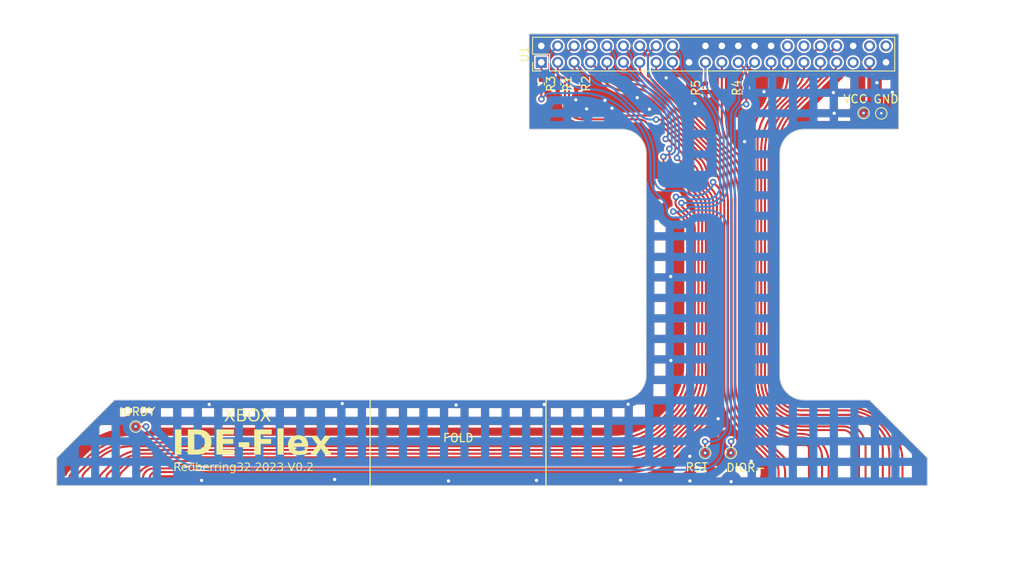
<source format=kicad_pcb>
(kicad_pcb (version 20240108) (generator "pcbnew") (generator_version "8.0")
  (layers (0 "F.Cu" signal) (31 "B.Cu" signal) (34 "B.Paste" user) (35 "F.Paste" user) (36 "B.SilkS" user "B.Silkscreen") (37 "F.SilkS" user "F.Silkscreen") (38 "B.Mask" user) (39 "F.Mask" user) (44 "Edge.Cuts" user))
  (net 0 "")
  (net 1 "/D7")
  (net 2 "/D6")
  (net 3 "/D8")
  (net 5 "/D12")
  (net 6 "/D3")
  (net 7 "/D13")
  (net 8 "/D11")
  (net 10 "/DMARQ")
  (net 11 "/D0")
  (net 12 "/D15")
  (net 13 "/DA2")
  (net 14 "/DA0")
  (net 15 "/CS1-")
  (net 16 "/CS0-")
  (net 18 "/DMACK-")
  (net 19 "/INTRQ")
  (net 20 "/DA1")
  (net 21 "/D2")
  (net 22 "/D14")
  (net 23 "/D1")
  (net 24 "/DIOW-")
  (net 25 "/D9")
  (net 26 "/D10")
  (net 27 "/D5")
  (net 28 "/D4")
  (net 29 "/GND")
  (net 30 "Net-(U1-RESET)")
  (net 31 "/RESET")
  (net 32 "Net-(U1-DIOR-)")
  (net 33 "/IORDY")
  (net 34 "/VCC")
  (net 35 "/DIOR-")
  (net 36 "/IOCS16-")
  (net 37 "/PDIAG-")
  (net 38 "/DASP-")
  (footprint "IDEFlex:EdgePad" (layer "F.Cu") (at 111.58 280.31 90)
    (property "Reference" "J2" (hide yes))
    (property "Value" "Conn_01x04_Pin" (hide yes))
  )
  (footprint "IDEFlex:EdgePad" (layer "F.Cu") (at 207.01 280.31 90)
    (property "Reference" "J4" (hide yes))
    (property "Value" "Conn_01x04_Pin" (hide yes))
  )
  (footprint "IDEFlex:EdgePad" (layer "F.Cu") (at 198.01 280.31 90)
    (property "Reference" "J6" (hide yes))
    (property "Value" "Conn_01x04_Pin" (hide yes))
  )
  (footprint "Resistor_SMD:R_0402_1005Metric" (layer "F.Cu") (at 168.48 232.66 -90)
    (property "Reference" "R2")
    (property "Value" "10K")
  )
  (footprint "Resistor_SMD:R_0402_1005Metric" (layer "F.Cu") (at 184.21 233.16 90)
    (property "Reference" "R5")
    (property "Value" "5.6K")
  )
  (footprint "Resistor_SMD:R_0402_1005Metric" (layer "F.Cu") (at 189.18 233.16 90)
    (property "Reference" "R4")
    (property "Value" "1K")
  )
  (footprint "IDEFlex:EdgePad" (layer "F.Cu") (at 107.08 280.31 90)
    (property "Reference" "J3" (hide yes))
    (property "Value" "Conn_01x04_Pin" (hide yes))
  )
  (footprint "IDEFlex:EdgePad" (layer "F.Cu") (at 116.08 280.31 90)
    (property "Reference" "J1" (hide yes))
    (property "Value" "Conn_01x04_Pin" (hide yes))
  )
  (footprint "IDEFlex:EdgePad" (layer "F.Cu") (at 202.51 280.31 90)
    (property "Reference" "J5" (hide yes))
    (property "Value" "Conn_01x04_Pin" (hide yes))
  )
  (footprint "TestPoint:TestPoint_Pad_D1.0mm" (layer "F.Cu") (at 114.78 274.47)
    (property "Reference" "TP2")
    (property "Value" "TestPoint")
  )
  (footprint "TestPoint:TestPoint_Pad_D1.0mm" (layer "F.Cu") (at 187.29 277.68)
    (property "Reference" "TP5")
    (property "Value" "TestPoint")
  )
  (footprint "TestPoint:TestPoint_Pad_D1.0mm" (layer "F.Cu") (at 205.62 236.28)
    (property "Reference" "TP4")
    (property "Value" "TestPoint")
  )
  (footprint "IDEFlex:EdgePad" (layer "F.Cu") (at 193.51 280.31 90)
    (property "Reference" "J7" (hide yes))
    (property "Value" "Conn_01x04_Pin" (hide yes))
  )
  (footprint "IDEFlex:IDE" (layer "F.Cu") (at 164.2 230.05 90)
    (property "Reference" "U1")
    (property "Value" "IDE25")
  )
  (footprint "Resistor_SMD:R_0402_1005Metric" (layer "F.Cu") (at 164.21 232.68 -90)
    (property "Reference" "R3")
    (property "Value" "330R")
  )
  (footprint "TestPoint:TestPoint_Pad_D1.0mm" (layer "F.Cu") (at 203.47 236.23)
    (property "Reference" "TP3")
    (property "Value" "TestPoint")
  )
  (footprint "TestPoint:TestPoint_Pad_D1.0mm" (layer "F.Cu") (at 184.16 277.69)
    (property "Reference" "TP1")
    (property "Value" "TestPoint")
  )
  (footprint "Resistor_SMD:R_0402_1005Metric" (layer "F.Cu") (at 166.2 232.68 -90)
    (property "Reference" "R1")
    (property "Value" "10K")
  )
  (gr_line (start 164.77 281.66) (end 164.77 271.24) (stroke (width 0.15)) (layer "F.SilkS"))
  (gr_line (start 143.34 271.22) (end 143.34 281.65) (stroke (width 0.15)) (layer "F.SilkS"))
  (gr_line (start 211.24 281.66) (end 105.15 281.66) (stroke (width 0.1)) (layer "Edge.Cuts"))
  (gr_line (start 204.18 271.22) (end 196.25132 271.22868) (stroke (width 0.1)) (layer "Edge.Cuts"))
  (gr_line (start 176.98868 268.20868) (end 177 241.21) (stroke (width 0.1)) (layer "Edge.Cuts"))
  (gr_arc (start 174 238.21) (mid 176.12132 239.08868) (end 177 241.21) (stroke (width 0.1)) (layer "Edge.Cuts"))
  (gr_line (start 193.25132 268.22868) (end 193.26 241.21) (stroke (width 0.1)) (layer "Edge.Cuts"))
  (gr_line (start 207.74 226.57) (end 207.74 238.21) (stroke (width 0.1)) (layer "Edge.Cuts"))
  (gr_line (start 105.15 278.28) (end 112.21 271.22) (stroke (width 0.1)) (layer "Edge.Cuts"))
  (gr_arc (start 196.25132 271.22868) (mid 194.13 270.35) (end 193.25132 268.22868) (stroke (width 0.1)) (layer "Edge.Cuts"))
  (gr_line (start 162.72 226.57) (end 207.74 226.57) (stroke (width 0.1)) (layer "Edge.Cuts"))
  (gr_arc (start 193.26 241.21) (mid 194.13868 239.08868) (end 196.26 238.21) (stroke (width 0.1)) (layer "Edge.Cuts"))
  (gr_line (start 162.72 238.21) (end 162.72 226.57) (stroke (width 0.1)) (layer "Edge.Cuts"))
  (gr_line (start 173.98868 271.20868) (end 112.21 271.22) (stroke (width 0.1)) (layer "Edge.Cuts"))
  (gr_line (start 211.24 278.28) (end 204.18 271.22) (stroke (width 0.1)) (layer "Edge.Cuts"))
  (gr_line (start 211.24 278.28) (end 211.24 281.66) (stroke (width 0.1)) (layer "Edge.Cuts"))
  (gr_arc (start 176.98868 268.20868) (mid 176.11 270.33) (end 173.98868 271.20868) (stroke (width 0.1)) (layer "Edge.Cuts"))
  (gr_line (start 174 238.21) (end 162.72 238.21) (stroke (width 0.1)) (layer "Edge.Cuts"))
  (gr_line (start 207.74 238.21) (end 196.26 238.21) (stroke (width 0.1)) (layer "Edge.Cuts"))
  (gr_line (start 105.15 278.28) (end 105.15 281.66) (stroke (width 0.1)) (layer "Edge.Cuts"))
  (gr_text "GND\n" (at 204.58 235.13 0) (layer "F.SilkS") (effects (font (size 1 1)) (justify left bottom)))
  (gr_text "FOLD\n" (at 152.13 276.44 0) (layer "F.SilkS") (effects (font (size 1 1)) (justify left bottom)))
  (gr_text "VCC" (at 200.92 235.11 0) (layer "F.SilkS") (effects (font (size 1 1)) (justify left bottom)))
  (gr_text "DIOR-" (at 186.66 280.07 0) (layer "F.SilkS") (effects (font (size 1 1)) (justify left bottom)))
  (gr_text "Redherring32 2023 V0.2" (at 119.37 280.05 0) (layer "F.SilkS") (effects (font (size 1 1)) (justify left bottom)))
  (gr_text "RST\n" (at 181.69 280.01 0) (layer "F.SilkS") (effects (font (size 1 1)) (justify left bottom)))
  (gr_text "IDE-Flex" (at 119.19 278.39 0) (layer "F.SilkS") (effects (font (size 3 3) (thickness 0.2) (bold yes) (italic yes)) (justify left bottom)))
  (gr_text "XBOX" (at 125.51 274.09 0) (layer "F.SilkS") (effects (font (size 1.5 1.5)) (justify left bottom)))
  (gr_text "IORDY\n" (at 112.68 273.25 0) (layer "F.SilkS") (effects (font (size 1 1)) (justify left bottom)))
  (segment (start 179.361629 238.24163) (end 183.11769 241.99769) (width 0.25) (layer "F.Cu") (net 1))
  (segment (start 115.524999 279.764999) (end 115.145165 280.144834) (width 0.25) (layer "F.Cu") (net 1))
  (segment (start 166.705931 231.855) (end 166.2 231.855) (width 0.25) (layer "F.Cu") (net 1))
  (segment (start 183.935 243.97085) (end 183.935 244.267566) (width 0.25) (layer "F.Cu") (net 1))
  (segment (start 169.206812 237) (end 176.001889 237) (width 0.25) (layer "F.Cu") (net 1))
  (segment (start 167.09 234.883187) (end 167.09 232.239099) (width 0.25) (layer "F.Cu") (net 1))
  (segment (start 180.147898 276.729309) (end 182.759309 274.117898) (width 0.25) (layer "F.Cu") (net 1))
  (segment (start 177.98 237.97) (end 178.705858 237.97) (width 0.25) (layer "F.Cu") (net 1))
  (segment (start 114.88 280.785) (end 114.88 281.16) (width 0.25) (layer "F.Cu") (net 1))
  (segment (start 177.04 237.43) (end 177.297157 237.687157) (width 0.25) (layer "F.Cu") (net 1))
  (segment (start 117.082167 279.12) (end 174.376261 279.12) (width 0.25) (layer "F.Cu") (net 1))
  (segment (start 185.15 247.200835) (end 185.15 268.34626) (width 0.25) (layer "F.Cu") (net 1))
  (segment (start 166.2 231.855) (end 166.2 230.05) (width 0.25) (layer "F.Cu") (net 1))
  (arc (start 176.001889 237) (mid 176.56371 237.111754) (end 177.04 237.43) (width 0.25) (layer "F.Cu") (net 1))
  (arc (start 117.082167 279.12) (mid 116.239434 279.287629) (end 115.524999 279.764999) (width 0.25) (layer "F.Cu") (net 1))
  (arc (start 167.09 234.883187) (mid 167.251132 235.693256) (end 167.71 236.38) (width 0.25) (layer "F.Cu") (net 1))
  (arc (start 166.9775 231.9675) (mid 166.852892 231.884232) (end 166.705931 231.855) (width 0.25) (layer "F.Cu") (net 1))
  (arc (start 185.15 268.34626) (mid 184.528679 271.469848) (end 182.759309 274.117898) (width 0.25) (layer "F.Cu") (net 1))
  (arc (start 180.147898 276.729309) (mid 177.499848 278.498679) (end 174.376261 279.12) (width 0.25) (layer "F.Cu") (net 1))
  (arc (start 115.145165 280.144834) (mid 114.948914 280.438544) (end 114.88 280.785) (width 0.25) (layer "F.Cu") (net 1))
  (arc (start 183.935 244.267566) (mid 184.092884 245.061303) (end 184.5425 245.734201) (width 0.25) (layer "F.Cu") (net 1))
  (arc (start 167.71 236.38) (mid 168.396743 236.838867) (end 169.206812 237) (width 0.25) (layer "F.Cu") (net 1))
  (arc (start 184.5425 245.734201) (mid 184.992115 246.407098) (end 185.15 247.200835) (width 0.25) (layer "F.Cu") (net 1))
  (arc (start 183.11769 241.99769) (mid 183.722588 242.902983) (end 183.935 243.97085) (width 0.25) (layer "F.Cu") (net 1))
  (arc (start 177.297157 237.687157) (mid 177.610448 237.896491) (end 177.98 237.97) (width 0.25) (layer "F.Cu") (net 1))
  (arc (start 178.73 237.98) (mid 179.071835 238.047995) (end 179.361629 238.24163) (width 0.25) (layer "F.Cu") (net 1))
  (arc (start 178.705858 237.97) (mid 178.718923 237.972599) (end 178.73 237.98) (width 0.25) (layer "F.Cu") (net 1))
  (arc (start 166.9775 231.9675) (mid 167.060762 232.09211) (end 167.09 232.239099) (width 0.25) (layer "F.Cu") (net 1))
  (segment (start 183.209309 274.304294) (end 180.334294 277.179309) (width 0.25) (layer "F.Cu") (net 2))
  (segment (start 115.68 280.735) (end 115.68 281.16) (width 0.25) (layer "F.Cu") (net 2))
  (segment (start 168.2 230.60201) (end 168.2 230.05) (width 0.25) (layer "F.Cu") (net 2))
  (segment (start 185.6 268.532657) (end 185.6 247.014439) (width 0.25) (layer "F.Cu") (net 2))
  (segment (start 178.983718 237.227322) (end 183.56769 241.811294) (width 0.25) (layer "F.Cu") (net 2))
  (segment (start 184.385 244.08117) (end 184.385 243.784454) (width 0.25) (layer "F.Cu") (net 2))
  (segment (start 116.943259 279.57) (end 174.562656 279.57) (width 0.25) (layer "F.Cu") (net 2))
  (segment (start 168.48 231.277989) (end 168.48 231.835) (width 0.25) (layer "F.Cu") (net 2))
  (segment (start 116.049999 279.939999) (end 115.98052 280.009479) (width 0.25) (layer "F.Cu") (net 2))
  (segment (start 178.483198 237.02) (end 178.19 237.02) (width 0.25) (layer "F.Cu") (net 2))
  (via (at 178.19 237.02) (size 0.8) (drill 0.4) (layers "F.Cu" "B.Cu") (net 2))
  (arc (start 185.6 268.532657) (mid 184.978679 271.656244) (end 183.209309 274.304294) (width 0.25) (layer "F.Cu") (net 2))
  (arc (start 115.98052 280.009479) (mid 115.758102 280.342351) (end 115.68 280.735) (width 0.25) (layer "F.Cu") (net 2))
  (arc (start 180.334294 277.179309) (mid 177.686244 278.948679) (end 174.562656 279.57) (width 0.25) (layer "F.Cu") (net 2))
  (arc (start 168.2 230.60201) (mid 168.236384 230.784928) (end 168.34 230.94) (width 0.25) (layer "F.Cu") (net 2))
  (arc (start 116.943259 279.57) (mid 116.45983 279.666159) (end 116.049999 279.939999) (width 0.25) (layer "F.Cu") (net 2))
  (arc (start 183.56769 241.811294) (mid 184.172588 242.716587) (end 184.385 243.784454) (width 0.25) (layer "F.Cu") (net 2))
  (arc (start 184.9925 245.547805) (mid 185.442115 246.220702) (end 185.6 247.014439) (width 0.25) (layer "F.Cu") (net 2))
  (arc (start 178.983718 237.227322) (mid 178.754077 237.073881) (end 178.483198 237.02) (width 0.25) (layer "F.Cu") (net 2))
  (arc (start 184.385 244.08117) (mid 184.542884 244.874907) (end 184.9925 245.547805) (width 0.25) (layer "F.Cu") (net 2))
  (arc (start 168.34 230.94) (mid 168.443615 231.09507) (end 168.48 231.277989) (width 0.25) (layer "F.Cu") (net 2))
  (segment (start 170.475188 232.325188) (end 168.2 230.05) (width 0.25) (layer "B.Cu") (net 2))
  (segment (start 177.492906 237.02) (end 178.19 237.02) (width 0.25) (layer "B.Cu") (net 2))
  (segment (start 176.302892 236.52708) (end 173.250623 233.474811) (width 0.25) (layer "B.Cu") (net 2))
  (arc (start 170.475188 232.325188) (mid 171.111878 232.750611) (end 171.862906 232.9) (width 0.25) (layer "B.Cu") (net 2))
  (arc (start 173.250623 233.474811) (mid 172.613933 233.049388) (end 171.862906 232.9) (width 0.25) (layer "B.Cu") (net 2))
  (arc (start 176.302892 236.52708) (mid 176.848875 236.891894) (end 177.492906 237.02) (width 0.25) (layer "B.Cu") (net 2))
  (segment (start 117.231126 280.02) (end 174.749052 280.02) (width 0.25) (layer "F.Cu") (net 3))
  (segment (start 116.48 280.771126) (end 116.48 281.16) (width 0.25) (layer "F.Cu") (net 3))
  (segment (start 186.05 246.230538) (end 186.05 268.719053) (width 0.25) (layer "F.Cu") (net 3))
  (segment (start 185.59 245.12) (end 185.13 244.66) (width 0.25) (layer "F.Cu") (net 3))
  (segment (start 183.659309 274.49069) (end 180.52069 277.629309) (width 0.25) (layer "F.Cu") (net 3))
  (via (at 185.13 244.66) (size 0.8) (drill 0.4) (layers "F.Cu" "B.Cu") (net 3))
  (arc (start 186.05 268.719053) (mid 185.428679 271.84264) (end 183.659309 274.49069) (width 0.25) (layer "F.Cu") (net 3))
  (arc (start 116.7 280.24) (mid 116.537176 280.483682) (end 116.48 280.771126) (width 0.25) (layer "F.Cu") (net 3))
  (arc (start 185.59 245.12) (mid 185.930449 245.629519) (end 186.05 246.230538) (width 0.25) (layer "F.Cu") (net 3))
  (arc (start 117.231126 280.02) (mid 116.943682 280.077176) (end 116.7 280.24) (width 0.25) (layer "F.Cu") (net 3))
  (arc (start 180.52069 277.629309) (mid 177.87264 279.398679) (end 174.749052 280.02) (width 0.25) (layer "F.Cu") (net 3))
  (segment (start 181.295031 245.730988) (end 179.495054 245.730988) (width 0.25) (layer "B.Cu") (net 3))
  (segment (start 184.974436 245.255563) (end 184.518172 245.711826) (width 0.25) (layer "B.Cu") (net 3))
  (segment (start 166.642893 231.907107) (end 165.7 230.964214) (width 0.25) (layer "B.Cu") (net 3))
  (segment (start 183.098198 246.3) (end 182.668748 246.3) (width 0.25) (layer "B.Cu") (net 3))
  (segment (start 165.7 228.55) (end 166.2 228.05) (width 0.25) (layer "B.Cu") (net 3))
  (segment (start 177.97 244.205934) (end 177.97 241.992094) (width 0.25) (layer "B.Cu") (net 3))
  (segment (start 185.13 244.66) (end 185.13 244.88) (width 0.25) (layer "B.Cu") (net 3))
  (segment (start 175.734474 236.595058) (end 174.046334 234.906918) (width 0.25) (layer "B.Cu") (net 3))
  (segment (start 170.287601 233.35) (end 170.126344 233.35) (width 0.25) (layer "B.Cu") (net 3))
  (arc (start 179.495054 245.730988) (mid 178.416678 245.28431) (end 177.97 244.205934) (width 0.25) (layer "B.Cu") (net 3))
  (arc (start 182.668748 246.3) (mid 182.297023 246.226059) (end 181.98189 246.015494) (width 0.25) (layer "B.Cu") (net 3))
  (arc (start 165.2 229.757107) (mid 165.329945 229.103825) (end 165.7 228.55) (width 0.25) (layer "B.Cu") (net 3))
  (arc (start 181.98189 246.015494) (mid 181.666756 245.804928) (end 181.295031 245.730988) (width 0.25) (layer "B.Cu") (net 3))
  (arc (start 174.046334 234.906918) (mid 172.321812 233.754629) (end 170.287601 233.35) (width 0.25) (layer "B.Cu") (net 3))
  (arc (start 165.7 230.964214) (mid 165.329945 230.410388) (end 165.2 229.757107) (width 0.25) (layer "B.Cu") (net 3))
  (arc (start 185.13 244.88) (mid 185.08957 245.083253) (end 184.974436 245.255563) (width 0.25) (layer "B.Cu") (net 3))
  (arc (start 170.126344 233.35) (mid 168.241114 232.975004) (end 166.642893 231.907107) (width 0.25) (layer "B.Cu") (net 3))
  (arc (start 184.518172 245.711826) (mid 183.866682 246.147138) (end 183.098198 246.3) (width 0.25) (layer "B.Cu") (net 3))
  (arc (start 177.97 241.992094) (mid 177.389005 239.071239) (end 175.734474 236.595058) (width 0.25) (layer "B.Cu") (net 3))
  (segment (start 179.402314 274.929309) (end 180.959309 273.372314) (width 0.25) (layer "F.Cu") (net 5))
  (segment (start 179.078201 241.994) (end 179.078201 241.559799) (width 0.25) (layer "F.Cu") (net 5))
  (segment (start 182.271925 246.00921) (end 182.7425 246.479785) (width 0.25) (layer "F.Cu") (net 5))
  (segment (start 183.35 247.946419) (end 183.35 267.600676) (width 0.25) (layer "F.Cu") (net 5))
  (segment (start 179.385227 242.735227) (end 181.998074 245.348074) (width 0.25) (layer "F.Cu") (net 5))
  (segment (start 110.38 280.81) (end 110.38 281.16) (width 0.25) (layer "F.Cu") (net 5))
  (segment (start 110.627487 280.212512) (end 111.95 278.89) (width 0.25) (layer "F.Cu") (net 5))
  (segment (start 173.630677 277.32) (end 115.740315 277.32) (width 0.25) (layer "F.Cu") (net 5))
  (via (at 179.078201 241.559799) (size 0.8) (drill 0.4) (layers "F.Cu" "B.Cu") (net 5))
  (arc (start 183.35 267.600676) (mid 182.728679 270.724264) (end 180.959309 273.372314) (width 0.25) (layer "F.Cu") (net 5))
  (arc (start 179.402314 274.929309) (mid 176.754264 276.698679) (end 173.630677 277.32) (width 0.25) (layer "F.Cu") (net 5))
  (arc (start 181.998074 245.348074) (mid 182.099414 245.49974) (end 182.135 245.678642) (width 0.25) (layer "F.Cu") (net 5))
  (arc (start 115.740315 277.32) (mid 113.689011 277.728029) (end 111.95 278.89) (width 0.25) (layer "F.Cu") (net 5))
  (arc (start 110.627487 280.212512) (mid 110.444319 280.486642) (end 110.38 280.81) (width 0.25) (layer "F.Cu") (net 5))
  (arc (start 182.135 245.678642) (mid 182.170585 245.857544) (end 182.271925 246.00921) (width 0.25) (layer "F.Cu") (net 5))
  (arc (start 182.7425 246.479785) (mid 183.192115 247.152682) (end 183.35 247.946419) (width 0.25) (layer "F.Cu") (net 5))
  (arc (start 179.078201 241.994) (mid 179.157994 242.395149) (end 179.385227 242.735227) (width 0.25) (layer "F.Cu") (net 5))
  (segment (start 179.196951 241.441049) (end 179.078201 241.559799) (width 0.25) (layer "B.Cu") (net 5))
  (segment (start 180.535 238.367652) (end 180.535 240.584839) (width 0.25) (layer "B.Cu") (net 5))
  (segment (start 178.751215 234.061215) (end 175.716187 231.026187) (width 0.25) (layer "B.Cu") (net 5))
  (segment (start 175.2 229.757106) (end 175.2 229.78) (width 0.25) (layer "B.Cu") (net 5))
  (segment (start 174.7 228.55) (end 174.2 228.05) (width 0.25) (layer "B.Cu") (net 5))
  (segment (start 179.483638 241.322299) (end 179.79754 241.322299) (width 0.25) (layer "B.Cu") (net 5))
  (arc (start 180.535 240.584839) (mid 180.478864 240.867052) (end 180.319003 241.106302) (width 0.25) (layer "B.Cu") (net 5))
  (arc (start 178.751215 234.061215) (mid 180.071409 236.037025) (end 180.535 238.367652) (width 0.25) (layer "B.Cu") (net 5))
  (arc (start 179.483638 241.322299) (mid 179.328484 241.353161) (end 179.196951 241.441049) (width 0.25) (layer "B.Cu") (net 5))
  (arc (start 175.2 229.78) (mid 175.334152 230.454431) (end 175.716187 231.026187) (width 0.25) (layer "B.Cu") (net 5))
  (arc (start 174.7 228.55) (mid 175.070054 229.103825) (end 175.2 229.757106) (width 0.25) (layer "B.Cu") (net 5))
  (arc (start 180.319003 241.106302) (mid 180.079753 241.266163) (end 179.79754 241.322299) (width 0.25) (layer "B.Cu") (net 5))
  (segment (start 182.922849 246.023738) (end 183.1925 246.293389) (width 0.25) (layer "F.Cu") (net 6))
  (segment (start 111.18 280.81) (end 111.18 281.16) (width 0.25) (layer "F.Cu") (net 6))
  (segment (start 180.280248 242.425553) (end 182.24715 244.392455) (width 0.25) (layer "F.Cu") (net 6))
  (segment (start 181.409309 273.55871) (end 179.58871 275.379309) (width 0.25) (layer "F.Cu") (net 6))
  (segment (start 183.8 267.787073) (end 183.8 247.760023) (width 0.25) (layer "F.Cu") (net 6))
  (segment (start 179.802701 241.272652) (end 179.802701 240.597299) (width 0.25) (layer "F.Cu") (net 6))
  (segment (start 111.427487 280.212512) (end 112.525 279.115) (width 0.25) (layer "F.Cu") (net 6))
  (segment (start 115.772117 277.77) (end 173.817072 277.77) (width 0.25) (layer "F.Cu") (net 6))
  (via (at 179.802701 240.597299) (size 0.8) (drill 0.4) (layers "F.Cu" "B.Cu") (net 6))
  (arc (start 183.1925 246.293389) (mid 183.642115 246.966286) (end 183.8 247.760023) (width 0.25) (layer "F.Cu") (net 6))
  (arc (start 111.427487 280.212512) (mid 111.244319 280.486642) (end 111.18 280.81) (width 0.25) (layer "F.Cu") (net 6))
  (arc (start 179.802701 241.272652) (mid 179.926811 241.896597) (end 180.280248 242.425553) (width 0.25) (layer "F.Cu") (net 6))
  (arc (start 182.24715 244.392455) (mid 182.497195 244.766674) (end 182.585 245.208097) (width 0.25) (layer "F.Cu") (net 6))
  (arc (start 115.772117 277.77) (mid 114.014789 278.119554) (end 112.525 279.115) (width 0.25) (layer "F.Cu") (net 6))
  (arc (start 183.8 267.787073) (mid 183.178679 270.91066) (end 181.409309 273.55871) (width 0.25) (layer "F.Cu") (net 6))
  (arc (start 182.585 245.208097) (mid 182.672804 245.649518) (end 182.922849 246.023738) (width 0.25) (layer "F.Cu") (net 6))
  (arc (start 179.58871 275.379309) (mid 176.94066 277.148679) (end 173.817072 277.77) (width 0.25) (layer "F.Cu") (net 6))
  (segment (start 179.94385 240.456149) (end 179.802701 240.597299) (width 0.25) (layer "B.Cu") (net 6))
  (segment (start 174.234081 230.180477) (end 178.570517 234.516913) (width 0.25) (layer "B.Cu") (net 6))
  (segment (start 174.2 230.098198) (end 174.2 230.05) (width 0.25) (layer "B.Cu") (net 6))
  (segment (start 180.085 240.115384) (end 180.085 238.173198) (width 0.25) (layer "B.Cu") (net 6))
  (arc (start 178.570517 234.516913) (mid 179.691398 236.19443) (end 180.085 238.173198) (width 0.25) (layer "B.Cu") (net 6))
  (arc (start 180.085 240.115384) (mid 180.048316 240.299804) (end 179.94385 240.456149) (width 0.25) (layer "B.Cu") (net 6))
  (arc (start 174.2 230.098198) (mid 174.208857 230.142727) (end 174.234081 230.180477) (width 0.25) (layer "B.Cu") (net 6))
  (segment (start 115.803919 278.22) (end 174.003468 278.22) (width 0.25) (layer "F.Cu") (net 7))
  (segment (start 183.565087 246.02958) (end 183.6425 246.106993) (width 0.25) (layer "F.Cu") (net 7))
  (segment (start 113.099999 279.339999) (end 112.227487 280.212512) (width 0.25) (layer "F.Cu") (net 7))
  (segment (start 111.98 280.81) (end 111.98 281.16) (width 0.25) (layer "F.Cu") (net 7))
  (segment (start 182.504912 243.470091) (end 180.742362 241.707541) (width 0.25) (layer "F.Cu") (net 7))
  (segment (start 181.859309 273.745106) (end 179.775106 275.829309) (width 0.25) (layer "F.Cu") (net 7))
  (segment (start 184.25 267.973469) (end 184.25 247.573627) (width 0.25) (layer "F.Cu") (net 7))
  (via (at 180.742362 241.707541) (size 0.8) (drill 0.4) (layers "F.Cu" "B.Cu") (net 7))
  (arc (start 183.035 244.749836) (mid 183.172765 245.442428) (end 183.565087 246.02958) (width 0.25) (layer "F.Cu") (net 7))
  (arc (start 179.775106 275.829309) (mid 177.127056 277.598679) (end 174.003468 278.22) (width 0.25) (layer "F.Cu") (net 7))
  (arc (start 115.803919 278.22) (mid 114.340568 278.511078) (end 113.099999 279.339999) (width 0.25) (layer "F.Cu") (net 7))
  (arc (start 184.25 267.973469) (mid 183.628679 271.097056) (end 181.859309 273.745106) (width 0.25) (layer "F.Cu") (net 7))
  (arc (start 182.504912 243.470091) (mid 182.897234 244.057243) (end 183.035 244.749836) (width 0.25) (layer "F.Cu") (net 7))
  (arc (start 112.227487 280.212512) (mid 112.044319 280.486642) (end 111.98 280.81) (width 0.25) (layer "F.Cu") (net 7))
  (arc (start 183.6425 246.106993) (mid 184.092115 246.77989) (end 184.25 247.573627) (width 0.25) (layer "F.Cu") (net 7))
  (segment (start 180.985 238.335003) (end 180.985 240.90513) (width 0.25) (layer "B.Cu") (net 7))
  (segment (start 177.2 229.757106) (end 177.2 230.461802) (width 0.25) (layer "B.Cu") (net 7))
  (segment (start 176.7 228.55) (end 176.2 228.05) (width 0.25) (layer "B.Cu") (net 7))
  (segment (start 180.742362 241.490909) (end 180.742362 241.707541) (width 0.25) (layer "B.Cu") (net 7))
  (segment (start 178.198294 232.871898) (end 179.0925 233.766104) (width 0.25) (layer "B.Cu") (net 7))
  (arc (start 177.2 230.461802) (mid 177.459448 231.766136) (end 178.198294 232.871898) (width 0.25) (layer "B.Cu") (net 7))
  (arc (start 179.0925 233.766104) (mid 180.493155 235.862332) (end 180.985 238.335003) (width 0.25) (layer "B.Cu") (net 7))
  (arc (start 176.7 228.55) (mid 177.070054 229.103825) (end 177.2 229.757106) (width 0.25) (layer "B.Cu") (net 7))
  (arc (start 180.985 240.90513) (mid 180.95347 241.06364) (end 180.863681 241.19802) (width 0.25) (layer "B.Cu") (net 7))
  (arc (start 180.863681 241.19802) (mid 180.773891 241.332398) (end 180.742362 241.490909) (width 0.25) (layer "B.Cu") (net 7))
  (segment (start 183.485 244.284048) (end 183.485 244.453962) (width 0.25) (layer "F.Cu") (net 8))
  (segment (start 179.36 239.4) (end 179.495 239.4) (width 0.25) (layer "F.Cu") (net 8))
  (segment (start 115.613797 278.67) (end 174.189865 278.67) (width 0.25) (layer "F.Cu") (net 8))
  (segment (start 182.757352 242.527352) (end 179.725459 239.495459) (width 0.25) (layer "F.Cu") (net 8))
  (segment (start 113.609999 279.499999) (end 113.073449 280.03655) (width 0.25) (layer "F.Cu") (net 8))
  (segment (start 112.78 280.745) (end 112.78 281.16) (width 0.25) (layer "F.Cu") (net 8))
  (segment (start 179.961502 276.279309) (end 182.309309 273.931502) (width 0.25) (layer "F.Cu") (net 8))
  (segment (start 184.7 268.159864) (end 184.7 247.387231) (width 0.25) (layer "F.Cu") (net 8))
  (via (at 179.36 239.4) (size 0.8) (drill 0.4) (layers "F.Cu" "B.Cu") (net 8))
  (arc (start 183.485 244.453962) (mid 183.642884 245.247699) (end 184.0925 245.920597) (width 0.25) (layer "F.Cu") (net 8))
  (arc (start 115.613797 278.67) (mid 114.529349 278.885709) (end 113.609999 279.499999) (width 0.25) (layer "F.Cu") (net 8))
  (arc (start 182.757352 242.527352) (mid 183.29589 243.333331) (end 183.485 244.284048) (width 0.25) (layer "F.Cu") (net 8))
  (arc (start 184.0925 245.920597) (mid 184.542115 246.593494) (end 184.7 247.387231) (width 0.25) (layer "F.Cu") (net 8))
  (arc (start 179.961502 276.279309) (mid 177.313452 278.048679) (end 174.189865 278.67) (width 0.25) (layer "F.Cu") (net 8))
  (arc (start 184.7 268.159864) (mid 184.078679 271.283452) (end 182.309309 273.931502) (width 0.25) (layer "F.Cu") (net 8))
  (arc (start 113.073449 280.03655) (mid 112.856264 280.361589) (end 112.78 280.745) (width 0.25) (layer "F.Cu") (net 8))
  (arc (start 179.725459 239.495459) (mid 179.619723 239.424808) (end 179.495 239.4) (width 0.25) (layer "F.Cu") (net 8))
  (segment (start 179.4975 239.2625) (end 179.36 239.4) (width 0.25) (layer "B.Cu") (net 8))
  (segment (start 173.5725 230.9225) (end 173.673751 231.023751) (width 0.25) (layer "B.Cu") (net 8))
  (segment (start 173.2 229.757106) (end 173.2 230.023205) (width 0.25) (layer "B.Cu") (net 8))
  (segment (start 172.7 228.55) (end 172.2 228.05) (width 0.25) (layer "B.Cu") (net 8))
  (segment (start 179.635 238.930545) (end 179.635 237.671396) (width 0.25) (layer "B.Cu") (net 8))
  (segment (start 178.607146 235.189938) (end 174.983456 231.566248) (width 0.25) (layer "B.Cu") (net 8))
  (arc (start 179.635 238.930545) (mid 179.599264 239.110197) (end 179.4975 239.2625) (width 0.25) (layer "B.Cu") (net 8))
  (arc (start 178.607146 235.189938) (mid 179.367869 236.32844) (end 179.635 237.671396) (width 0.25) (layer "B.Cu") (net 8))
  (arc (start 173.673751 231.023751) (mid 173.9742 231.224504) (end 174.328604 231.295) (width 0.25) (layer "B.Cu") (net 8))
  (arc (start 174.983456 231.566248) (mid 174.683007 231.365495) (end 174.328604 231.295) (width 0.25) (layer "B.Cu") (net 8))
  (arc (start 173.2 230.023205) (mid 173.296809 230.5099) (end 173.5725 230.9225) (width 0.25) (layer "B.Cu") (net 8))
  (arc (start 172.7 228.55) (mid 173.070054 229.103825) (end 173.2 229.757106) (width 0.25) (layer "B.Cu") (net 8))
  (segment (start 180.476899 248.252701) (end 180.282798 248.252701) (width 0.25) (layer "F.Cu") (net 10))
  (segment (start 106.68 280.81) (end 106.68 281.16) (width 0.25) (layer "F.Cu") (net 10))
  (segment (start 180.80825 248.389951) (end 181.3355 248.917201) (width 0.25) (layer "F.Cu") (net 10))
  (segment (start 184.2 232.64) (end 184.2 230.05) (width 0.25) (layer "F.Cu") (net 10))
  (segment (start 106.927487 280.212512) (end 108.925 278.215) (width 0.25) (layer "F.Cu") (net 10))
  (segment (start 179.609309 272.813126) (end 178.843126 273.579309) (width 0.25) (layer "F.Cu") (net 10))
  (segment (start 114.344909 275.97) (end 173.071488 275.97) (width 0.25) (layer "F.Cu") (net 10))
  (segment (start 182 267.041489) (end 182 250.521445) (width 0.25) (layer "F.Cu") (net 10))
  (via (at 180.282798 248.252701) (size 0.8) (drill 0.4) (layers "F.Cu" "B.Cu") (net 10))
  (arc (start 184.2 232.64) (mid 184.202929 232.647071) (end 184.21 232.65) (width 0.25) (layer "F.Cu") (net 10))
  (arc (start 106.927487 280.212512) (mid 106.744319 280.486642) (end 106.68 280.81) (width 0.25) (layer "F.Cu") (net 10))
  (arc (start 180.80825 248.389951) (mid 180.656224 248.288371) (end 180.476899 248.252701) (width 0.25) (layer "F.Cu") (net 10))
  (arc (start 114.344909 275.97) (mid 111.411675 276.553456) (end 108.925 278.215) (width 0.25) (layer "F.Cu") (net 10))
  (arc (start 178.843126 273.579309) (mid 176.195076 275.348679) (end 173.071488 275.97) (width 0.25) (layer "F.Cu") (net 10))
  (arc (start 182 267.041489) (mid 181.378679 270.165076) (end 179.609309 272.813126) (width 0.25) (layer "F.Cu") (net 10))
  (arc (start 181.3355 248.917201) (mid 181.827302 249.653234) (end 182 250.521445) (width 0.25) (layer "F.Cu") (net 10))
  (segment (start 186.87 245.270969) (end 186.87 238.061579) (width 0.25) (layer "B.Cu") (net 10))
  (segment (start 185.421033 234.724637) (end 185.535 234.838604) (width 0.25) (layer "B.Cu") (net 10))
  (segment (start 180.282798 248.252701) (end 181.191125 248.252701) (width 0.25) (layer "B.Cu") (net 10))
  (segment (start 184.490969 247.65) (end 182.646173 247.65) (width 0.25) (layer "B.Cu") (net 10))
  (segment (start 184.2 231.776802) (end 184.2 230.05) (width 0.25) (layer "B.Cu") (net 10))
  (arc (start 186.87 245.270969) (mid 186.688907 246.181384) (end 186.173198 246.953198) (width 0.25) (layer "B.Cu") (net 10))
  (arc (start 185.535 234.838604) (mid 186.523044 236.317317) (end 186.87 238.061579) (width 0.25) (layer "B.Cu") (net 10))
  (arc (start 184.2 231.776802) (mid 184.517336 233.372158) (end 185.421033 234.724637) (width 0.25) (layer "B.Cu") (net 10))
  (arc (start 181.918649 247.95135) (mid 181.584858 248.174382) (end 181.191125 248.252701) (width 0.25) (layer "B.Cu") (net 10))
  (arc (start 186.173198 246.953198) (mid 185.401384 247.468907) (end 184.490969 247.65) (width 0.25) (layer "B.Cu") (net 10))
  (arc (start 182.646173 247.65) (mid 182.25244 247.728318) (end 181.918649 247.95135) (width 0.25) (layer "B.Cu") (net 10))
  (segment (start 173.257884 276.42) (end 114.376711 276.42) (width 0.25) (layer "F.Cu") (net 11))
  (segment (start 182.45 267.227885) (end 182.45 250.735272) (width 0.25) (layer "F.Cu") (net 11))
  (segment (start 180.70911 246.745585) (end 180.680321 246.774374) (width 0.25) (layer "F.Cu") (net 11))
  (segment (start 107.48 280.81) (end 107.48 281.16) (width 0.25) (layer "F.Cu") (net 11))
  (segment (start 181.5025 248.447805) (end 180.767347 247.712652) (width 0.25) (layer "F.Cu") (net 11))
  (segment (start 180.555 247.076926) (end 180.555 247.2) (width 0.25) (layer "F.Cu") (net 11))
  (segment (start 180.612578 246.455988) (end 180.70911 246.55252) (width 0.25) (layer "F.Cu") (net 11))
  (segment (start 107.727487 280.212512) (end 109.5 278.44) (width 0.25) (layer "F.Cu") (net 11))
  (segment (start 180.059309 272.999522) (end 179.029522 274.029309) (width 0.25) (layer "F.Cu") (net 11))
  (via (at 180.612578 246.455988) (size 0.8) (drill 0.4) (layers "F.Cu" "B.Cu") (net 11))
  (arc (start 182.45 267.227885) (mid 181.828679 270.351472) (end 180.059309 272.999522) (width 0.25) (layer "F.Cu") (net 11))
  (arc (start 181.5025 248.447805) (mid 182.203752 249.497303) (end 182.45 250.735272) (width 0.25) (layer "F.Cu") (net 11))
  (arc (start 107.727487 280.212512) (mid 107.544319 280.486642) (end 107.48 280.81) (width 0.25) (layer "F.Cu") (net 11))
  (arc (start 180.555 247.2) (mid 180.610187 247.477445) (end 180.767347 247.712652) (width 0.25) (layer "F.Cu") (net 11))
  (arc (start 180.680321 246.774374) (mid 180.587569 246.913185) (end 180.555 247.076926) (width 0.25) (layer "F.Cu") (net 11))
  (arc (start 179.029522 274.029309) (mid 176.381472 275.798679) (end 173.257884 276.42) (width 0.25) (layer "F.Cu") (net 11))
  (arc (start 114.376711 276.42) (mid 111.737454 276.94498) (end 109.5 278.44) (width 0.25) (layer "F.Cu") (net 11))
  (arc (start 180.70911 246.55252) (mid 180.749095 246.649052) (end 180.70911 246.745585) (width 0.25) (layer "F.Cu") (net 11))
  (segment (start 180.2 230.413198) (end 180.2 230.05) (width 0.25) (layer "B.Cu") (net 11))
  (segment (start 181.610545 246.475) (end 180.993138 246.475) (width 0.25) (layer "B.Cu") (net 11))
  (segment (start 180.612578 246.455988) (end 180.947239 246.455988) (width 0.25) (layer "B.Cu") (net 11))
  (segment (start 185.97 239.927343) (end 185.97 245.16239) (width 0.25) (layer "B.Cu") (net 11))
  (segment (start 183.579309 234.155705) (end 180.456819 231.033215) (width 0.25) (layer "B.Cu") (net 11))
  (segment (start 184.38239 246.75) (end 182.274454 246.75) (width 0.25) (layer "B.Cu") (net 11))
  (arc (start 181.9425 246.6125) (mid 182.094801 246.714264) (end 182.274454 246.75) (width 0.25) (layer "B.Cu") (net 11))
  (arc (start 180.970189 246.465494) (mid 180.959659 246.458458) (end 180.947239 246.455988) (width 0.25) (layer "B.Cu") (net 11))
  (arc (start 183.579309 234.155705) (mid 185.348679 236.803755) (end 185.97 239.927343) (width 0.25) (layer "B.Cu") (net 11))
  (arc (start 180.970189 246.465494) (mid 180.980718 246.472529) (end 180.993138 246.475) (width 0.25) (layer "B.Cu") (net 11))
  (arc (start 185.97 245.16239) (mid 185.84915 245.769942) (end 185.505 246.285) (width 0.25) (layer "B.Cu") (net 11))
  (arc (start 181.9425 246.6125) (mid 181.790197 246.510735) (end 181.610545 246.475) (width 0.25) (layer "B.Cu") (net 11))
  (arc (start 180.2 230.413198) (mid 180.266745 230.748748) (end 180.456819 231.033215) (width 0.25) (layer "B.Cu") (net 11))
  (arc (start 185.505 246.285) (mid 184.989942 246.62915) (end 184.38239 246.75) (width 0.25) (layer "B.Cu") (net 11))
  (segment (start 181.28 247.2) (end 181.28 247.394454) (width 0.25) (layer "F.Cu") (net 12))
  (segment (start 114.237802 276.87) (end 173.444281 276.87) (width 0.25) (layer "F.Cu") (net 12))
  (segment (start 179.215918 274.479309) (end 180.509309 273.185918) (width 0.25) (layer "F.Cu") (net 12))
  (segment (start 182.09 248.398909) (end 181.4175 247.726409) (width 0.25) (layer "F.Cu") (net 12))
  (segment (start 182.9 250.354421) (end 182.9 267.41428) (width 0.25) (layer "F.Cu") (net 12))
  (segment (start 110.024999 278.614999) (end 108.562842 280.077157) (width 0.25) (layer "F.Cu") (net 12))
  (segment (start 108.28 280.76) (end 108.28 281.16) (width 0.25) (layer "F.Cu") (net 12))
  (via (at 181.28 247.2) (size 0.8) (drill 0.4) (layers "F.Cu" "B.Cu") (net 12))
  (arc (start 182.09 248.398909) (mid 182.689487 249.296105) (end 182.9 250.354421) (width 0.25) (layer "F.Cu") (net 12))
  (arc (start 114.237802 276.87) (mid 111.957849 277.32351) (end 110.024999 278.614999) (width 0.25) (layer "F.Cu") (net 12))
  (arc (start 179.215918 274.479309) (mid 176.567868 276.248679) (end 173.444281 276.87) (width 0.25) (layer "F.Cu") (net 12))
  (arc (start 181.28 247.394454) (mid 181.315735 247.574106) (end 181.4175 247.726409) (width 0.25) (layer "F.Cu") (net 12))
  (arc (start 182.9 267.41428) (mid 182.278679 270.537868) (end 180.509309 273.185918) (width 0.25) (layer "F.Cu") (net 12))
  (arc (start 108.562842 280.077157) (mid 108.353508 280.390448) (end 108.28 280.76) (width 0.25) (layer "F.Cu") (net 12))
  (segment (start 186.42 245.270969) (end 186.42 239.740947) (width 0.25) (layer "B.Cu") (net 12))
  (segment (start 181.938926 231.878926) (end 184.029309 233.969309) (width 0.25) (layer "B.Cu") (net 12))
  (segment (start 181.2 230.095) (end 181.2 229.757106) (width 0.25) (layer "B.Cu") (net 12))
  (segment (start 181.28 247.2) (end 184.490969 247.2) (width 0.25) (layer "B.Cu") (net 12))
  (segment (start 180.7 228.55) (end 180.2 228.05) (width 0.25) (layer "B.Cu") (net 12))
  (arc (start 180.7 228.55) (mid 181.070054 229.103825) (end 181.2 229.757106) (width 0.25) (layer "B.Cu") (net 12))
  (arc (start 184.029309 233.969309) (mid 185.798679 236.617359) (end 186.42 239.740947) (width 0.25) (layer "B.Cu") (net 12))
  (arc (start 181.2 230.095) (mid 181.39204 231.060453) (end 181.938926 231.878926) (width 0.25) (layer "B.Cu") (net 12))
  (arc (start 186.42 245.270969) (mid 186.273161 246.009177) (end 185.855 246.635) (width 0.25) (layer "B.Cu") (net 12))
  (arc (start 185.855 246.635) (mid 185.229177 247.053161) (end 184.490969 247.2) (width 0.25) (layer "B.Cu") (net 12))
  (segment (start 191.45 240.960135) (end 191.45 268.92258) (width 0.25) (layer "F.Cu") (net 13))
  (segment (start 196.028815 273.501396) (end 201.98985 273.501396) (width 0.25) (layer "F.Cu") (net 13))
  (segment (start 196.217408 232.811779) (end 193.84069 235.188497) (width 0.25) (layer "F.Cu") (net 13))
  (segment (start 197.2 230.439594) (end 197.2 229.757106) (width 0.25) (layer "F.Cu") (net 13))
  (segment (start 205.81 277.321545) (end 205.81 281.16) (width 0.25) (layer "F.Cu") (net 13))
  (segment (start 197.7 228.55) (end 198.2 228.05) (width 0.25) (layer "F.Cu") (net 13))
  (arc (start 197.2 230.439594) (mid 196.944632 231.723411) (end 196.217408 232.811779) (width 0.25) (layer "F.Cu") (net 13))
  (arc (start 193.84069 235.188497) (mid 192.07132 237.836547) (end 191.45 240.960135) (width 0.25) (layer "F.Cu") (net 13))
  (arc (start 204.691104 274.620292) (mid 203.451758 273.792187) (end 201.98985 273.501396) (width 0.25) (layer "F.Cu") (net 13))
  (arc (start 192.791104 272.160292) (mid 194.276578 273.152854) (end 196.028815 273.501396) (width 0.25) (layer "F.Cu") (net 13))
  (arc (start 204.691104 274.620292) (mid 205.519208 275.859637) (end 205.81 277.321545) (width 0.25) (layer "F.Cu") (net 13))
  (arc (start 191.45 268.92258) (mid 191.798541 270.674817) (end 192.791104 272.160292) (width 0.25) (layer "F.Cu") (net 13))
  (arc (start 197.7 228.55) (mid 197.329945 229.103825) (end 197.2 229.757106) (width 0.25) (layer "F.Cu") (net 13))
  (segment (start 196.028815 273.051396) (end 201.742362 273.051396) (width 0.25) (layer "F.Cu") (net 14))
  (segment (start 191.9 241.146531) (end 191.9 268.92258) (width 0.25) (layer "F.Cu") (net 14))
  (segment (start 194.29069 235.374893) (end 197.699515 231.966068) (width 0.25) (layer "F.Cu") (net 14))
  (segment (start 198.2 230.757792) (end 198.2 230.05) (width 0.25) (layer "F.Cu") (net 14))
  (segment (start 206.61 277.919033) (end 206.61 281.16) (width 0.25) (layer "F.Cu") (net 14))
  (arc (start 205.184302 274.477094) (mid 206.239473 276.056269) (end 206.61 277.919033) (width 0.25) (layer "F.Cu") (net 14))
  (arc (start 191.9 268.92258) (mid 192.214287 270.502609) (end 193.109302 271.842094) (width 0.25) (layer "F.Cu") (net 14))
  (arc (start 205.184302 274.477094) (mid 203.605126 273.421922) (end 201.742362 273.051396) (width 0.25) (layer "F.Cu") (net 14))
  (arc (start 193.109302 271.842094) (mid 194.448786 272.737108) (end 196.028815 273.051396) (width 0.25) (layer "F.Cu") (net 14))
  (arc (start 194.29069 235.374893) (mid 192.52132 238.022943) (end 191.9 241.146531) (width 0.25) (layer "F.Cu") (net 14))
  (arc (start 198.2 230.757792) (mid 198.069928 231.411706) (end 197.699515 231.966068) (width 0.25) (layer "F.Cu") (net 14))
  (segment (start 192.35 241.332927) (end 192.35 269.001349) (width 0.25) (layer "F.Cu") (net 15))
  (segment (start 199.2 230.07599) (end 199.2 229.757106) (width 0.25) (layer "F.Cu") (net 15))
  (segment (start 195.83865 272.49) (end 201.30471 272.49) (width 0.25) (layer "F.Cu") (net 15))
  (segment (start 199.7 228.55) (end 200.2 228.05) (width 0.25) (layer "F.Cu") (net 15))
  (segment (start 194.74069 235.561289) (end 198.474515 231.827464) (width 0.25) (layer "F.Cu") (net 15))
  (segment (start 207.41 278.595289) (end 207.41 281.16) (width 0.25) (layer "F.Cu") (net 15))
  (arc (start 192.35 269.001349) (mid 192.615557 270.336398) (end 193.371802 271.468198) (width 0.25) (layer "F.Cu") (net 15))
  (arc (start 199.2 230.07599) (mid 199.011452 231.023881) (end 198.474515 231.827464) (width 0.25) (layer "F.Cu") (net 15))
  (arc (start 193.371802 271.468198) (mid 194.503601 272.224442) (end 195.83865 272.49) (width 0.25) (layer "F.Cu") (net 15))
  (arc (start 194.74069 235.561289) (mid 192.97132 238.209339) (end 192.35 241.332927) (width 0.25) (layer "F.Cu") (net 15))
  (arc (start 205.621802 274.278198) (mid 203.641103 272.954737) (end 201.30471 272.49) (width 0.25) (layer "F.Cu") (net 15))
  (arc (start 199.7 228.55) (mid 199.329945 229.103825) (end 199.2 229.757106) (width 0.25) (layer "F.Cu") (net 15))
  (arc (start 205.621802 274.278198) (mid 206.945262 276.258896) (end 207.41 278.595289) (width 0.25) (layer "F.Cu") (net 15))
  (segment (start 192.8 269.001349) (end 192.8 241.519323) (width 0.25) (layer "F.Cu") (net 16))
  (segment (start 199.956622 230.981753) (end 195.19069 235.747685) (width 0.25) (layer "F.Cu") (net 16))
  (segment (start 206.115 274.135) (end 206.466981 274.486981) (width 0.25) (layer "F.Cu") (net 16))
  (segment (start 200.2 230.394188) (end 200.2 230.05) (width 0.25) (layer "F.Cu") (net 16))
  (segment (start 201.057222 272.04) (end 195.83865 272.04) (width 0.25) (layer "F.Cu") (net 16))
  (segment (start 208.21 278.695) (end 208.21 281.16) (width 0.25) (layer "F.Cu") (net 16))
  (arc (start 206.466981 274.486981) (mid 207.757004 276.417636) (end 208.21 278.695) (width 0.25) (layer "F.Cu") (net 16))
  (arc (start 192.8 269.001349) (mid 193.031303 270.16419) (end 193.69 271.15) (width 0.25) (layer "F.Cu") (net 16))
  (arc (start 195.19069 235.747685) (mid 193.42132 238.395735) (end 192.8 241.519323) (width 0.25) (layer "F.Cu") (net 16))
  (arc (start 206.115 274.135) (mid 203.794471 272.584472) (end 201.057222 272.04) (width 0.25) (layer "F.Cu") (net 16))
  (arc (start 200.2 230.394188) (mid 200.136748 230.712176) (end 199.956622 230.981753) (width 0.25) (layer "F.Cu") (net 16))
  (arc (start 193.69 271.15) (mid 194.675809 271.808696) (end 195.83865 272.04) (width 0.25) (layer "F.Cu") (net 16))
  (segment (start 192.2 233.435075) (end 192.2 230.05) (width 0.25) (layer "F.Cu") (net 18))
  (segment (start 190.1 238.504924) (end 190.1 268.888992) (width 0.25) (layer "F.Cu") (net 18))
  (segment (start 202.11 276.025586) (end 202.11 281.16) (width 0.25) (layer "F.Cu") (net 18))
  (segment (start 200.983309 274.898896) (end 196.109903 274.898896) (width 0.25) (layer "F.Cu") (net 18))
  (arc (start 191.15 235.97) (mid 190.372886 237.133033) (end 190.1 238.504924) (width 0.25) (layer "F.Cu") (net 18))
  (arc (start 201.78 275.228896) (mid 202.024235 275.59442) (end 202.11 276.025586) (width 0.25) (layer "F.Cu") (net 18))
  (arc (start 191.86026 273.138636) (mid 193.810012 274.441419) (end 196.109903 274.898896) (width 0.25) (layer "F.Cu") (net 18))
  (arc (start 192.2 233.435075) (mid 191.927113 234.806966) (end 191.15 235.97) (width 0.25) (layer "F.Cu") (net 18))
  (arc (start 190.1 268.888992) (mid 190.557476 271.188882) (end 191.86026 273.138636) (width 0.25) (layer "F.Cu") (net 18))
  (arc (start 201.78 275.228896) (mid 201.414475 274.98466) (end 200.983309 274.898896) (width 0.25) (layer "F.Cu") (net 18))
  (segment (start 190.55 239.787335) (end 190.55 268.888992) (width 0.25) (layer "F.Cu") (net 19))
  (segment (start 202.91 276.35897) (end 202.91 281.16) (width 0.25) (layer "F.Cu") (net 19))
  (segment (start 192.374999 235.381395) (end 192.960301 234.796094) (width 0.25) (layer "F.Cu") (net 19))
  (segment (start 194.2 231.803198) (end 194.2 230.05) (width 0.25) (layer "F.Cu") (net 19))
  (segment (start 196.109903 274.448896) (end 200.999925 274.448896) (width 0.25) (layer "F.Cu") (net 19))
  (arc (start 202.350552 275.008344) (mid 202.764604 275.628016) (end 202.91 276.35897) (width 0.25) (layer "F.Cu") (net 19))
  (arc (start 202.350552 275.008344) (mid 201.730879 274.594291) (end 200.999925 274.448896) (width 0.25) (layer "F.Cu") (net 19))
  (arc (start 192.374999 235.381395) (mid 191.024301 237.402857) (end 190.55 239.787335) (width 0.25) (layer "F.Cu") (net 19))
  (arc (start 194.2 231.803198) (mid 193.877812 233.422941) (end 192.960301 234.796094) (width 0.25) (layer "F.Cu") (net 19))
  (arc (start 190.55 268.888992) (mid 190.973222 271.016675) (end 192.178458 272.820438) (width 0.25) (layer "F.Cu") (net 19))
  (arc (start 192.178458 272.820438) (mid 193.98222 274.025673) (end 196.109903 274.448896) (width 0.25) (layer "F.Cu") (net 19))
  (segment (start 196.2 231.121396) (end 196.2 230.05) (width 0.25) (layer "F.Cu") (net 20))
  (segment (start 200.671349 273.951396) (end 196.028815 273.951396) (width 0.25) (layer "F.Cu") (net 20))
  (segment (start 203.71 276.990046) (end 203.71 281.16) (width 0.25) (layer "F.Cu") (net 20))
  (segment (start 195.442408 232.950383) (end 193.39069 235.002101) (width 0.25) (layer "F.Cu") (net 20))
  (segment (start 191 268.92258) (end 191 240.773739) (width 0.25) (layer "F.Cu") (net 20))
  (arc (start 202.82 274.841396) (mid 203.478696 275.827205) (end 203.71 276.990046) (width 0.25) (layer "F.Cu") (net 20))
  (arc (start 202.82 274.841396) (mid 201.83419 274.182699) (end 200.671349 273.951396) (width 0.25) (layer "F.Cu") (net 20))
  (arc (start 192.472906 272.47849) (mid 194.104371 273.5686) (end 196.028815 273.951396) (width 0.25) (layer "F.Cu") (net 20))
  (arc (start 196.2 231.121396) (mid 196.003108 232.111236) (end 195.442408 232.950383) (width 0.25) (layer "F.Cu") (net 20))
  (arc (start 191 268.92258) (mid 191.382795 270.847024) (end 192.472906 272.47849) (width 0.25) (layer "F.Cu") (net 20))
  (arc (start 193.39069 235.002101) (mid 191.62132 237.650151) (end 191 240.773739) (width 0.25) (layer "F.Cu") (net 20))
  (segment (start 177.22068 232.282304) (end 185.909309 240.970933) (width 0.25) (layer "F.Cu") (net 21))
  (segment (start 176.656083 231.796083) (end 177.086883 232.226883) (width 0.25) (layer "F.Cu") (net 21))
  (segment (start 176.2 230.695) (end 176.2 230.05) (width 0.25) (layer "F.Cu") (net 21))
  (segment (start 188.3 268.873472) (end 188.3 246.742571) (width 0.25) (layer "F.Cu") (net 21))
  (segment (start 196.81 277.096407) (end 196.81 281.16) (width 0.25) (layer "F.Cu") (net 21))
  (segment (start 190.598442 274.422402) (end 191.59117 275.41513) (width 0.25) (layer "F.Cu") (net 21))
  (segment (start 196.434493 276.720844) (end 194.743442 276.720844) (width 0.25) (layer "F.Cu") (net 21))
  (arc (start 185.909309 240.970933) (mid 187.678679 243.618983) (end 188.3 246.742571) (width 0.25) (layer "F.Cu") (net 21))
  (arc (start 191.59117 275.41513) (mid 193.037444 276.381499) (end 194.743442 276.720844) (width 0.25) (layer "F.Cu") (net 21))
  (arc (start 177.086883 232.226883) (mid 177.117576 232.247392) (end 177.153782 232.254594) (width 0.25) (layer "F.Cu") (net 21))
  (arc (start 188.3 268.873472) (mid 188.897345 271.876531) (end 190.598442 274.422402) (width 0.25) (layer "F.Cu") (net 21))
  (arc (start 176.2 230.695) (mid 176.318532 231.290902) (end 176.656083 231.796083) (width 0.25) (layer "F.Cu") (net 21))
  (arc (start 177.22068 232.282304) (mid 177.189986 232.261795) (end 177.153782 232.254594) (width 0.25) (layer "F.Cu") (net 21))
  (arc (start 196.7 276.830844) (mid 196.578176 276.749427) (end 196.434493 276.720844) (width 0.25) (layer "F.Cu") (net 21))
  (arc (start 196.7 276.830844) (mid 196.781411 276.952685) (end 196.81 277.096407) (width 0.25) (layer "F.Cu") (net 21))
  (segment (start 177.2 231.632193) (end 177.2 229.757106) (width 0.25) (layer "F.Cu") (net 22))
  (segment (start 194.956218 276.270844) (end 196.277015 276.270844) (width 0.25) (layer "F.Cu") (net 22))
  (segment (start 186.359309 240.784537) (end 177.407076 231.832304) (width 0.25) (layer "F.Cu") (net 22))
  (segment (start 177.7 228.55) (end 178.2 228.05) (width 0.25) (layer "F.Cu") (net 22))
  (segment (start 177.273279 231.776883) (end 177.250495 231.754099) (width 0.25) (layer "F.Cu") (net 22))
  (segment (start 197.61 277.603828) (end 197.61 281.16) (width 0.25) (layer "F.Cu") (net 22))
  (segment (start 188.75 246.556175) (end 188.75 268.873472) (width 0.25) (layer "F.Cu") (net 22))
  (segment (start 191.758912 274.946476) (end 190.91664 274.104204) (width 0.25) (layer "F.Cu") (net 22))
  (arc (start 197.219578 276.661266) (mid 197.508532 277.093717) (end 197.61 277.603828) (width 0.25) (layer "F.Cu") (net 22))
  (arc (start 177.7 228.55) (mid 177.329945 229.103825) (end 177.2 229.757106) (width 0.25) (layer "F.Cu") (net 22))
  (arc (start 186.359309 240.784537) (mid 188.128679 243.432587) (end 188.75 246.556175) (width 0.25) (layer "F.Cu") (net 22))
  (arc (start 197.219578 276.661266) (mid 196.787126 276.372311) (end 196.277015 276.270844) (width 0.25) (layer "F.Cu") (net 22))
  (arc (start 177.273279 231.776883) (mid 177.303972 231.797392) (end 177.340178 231.804594) (width 0.25) (layer "F.Cu") (net 22))
  (arc (start 177.2 231.632193) (mid 177.213123 231.698168) (end 177.250495 231.754099) (width 0.25) (layer "F.Cu") (net 22))
  (arc (start 188.75 268.873472) (mid 189.313091 271.704323) (end 190.91664 274.104204) (width 0.25) (layer "F.Cu") (net 22))
  (arc (start 191.758912 274.946476) (mid 193.225848 275.926651) (end 194.956218 276.270844) (width 0.25) (layer "F.Cu") (net 22))
  (arc (start 177.407076 231.832304) (mid 177.376382 231.811795) (end 177.340178 231.804594) (width 0.25) (layer "F.Cu") (net 22))
  (segment (start 186.809309 240.598141) (end 178.88548 232.674312) (width 0.25) (layer "F.Cu") (net 23))
  (segment (start 195.99206 275.798896) (end 195.120666 275.798896) (width 0.25) (layer "F.Cu") (net 23))
  (segment (start 189.2 246.369779) (end 189.2 268.888992) (width 0.25) (layer "F.Cu") (net 23))
  (segment (start 178.2 231.019416) (end 178.2 230.05) (width 0.25) (layer "F.Cu") (net 23))
  (segment (start 198.41 278.216835) (end 198.41 281.16) (width 0.25) (layer "F.Cu") (net 23))
  (segment (start 191.92336 274.474528) (end 191.223864 273.775032) (width 0.25) (layer "F.Cu") (net 23))
  (arc (start 178.2 231.019416) (mid 178.37815 231.915039) (end 178.88548 232.674312) (width 0.25) (layer "F.Cu") (net 23))
  (arc (start 189.2 268.888992) (mid 189.725985 271.533297) (end 191.223864 273.775032) (width 0.25) (layer "F.Cu") (net 23))
  (arc (start 186.809309 240.598141) (mid 188.578679 243.246191) (end 189.2 246.369779) (width 0.25) (layer "F.Cu") (net 23))
  (arc (start 197.701802 276.507094) (mid 196.917365 275.98295) (end 195.99206 275.798896) (width 0.25) (layer "F.Cu") (net 23))
  (arc (start 191.92336 274.474528) (mid 193.390296 275.454703) (end 195.120666 275.798896) (width 0.25) (layer "F.Cu") (net 23))
  (arc (start 197.701802 276.507094) (mid 198.225945 277.291529) (end 198.41 278.216835) (width 0.25) (layer "F.Cu") (net 23))
  (segment (start 186.2 236.912917) (end 186.2 230.05) (width 0.25) (layer "F.Cu") (net 24))
  (segment (start 189.65 268.888992) (end 189.65 245.241954) (width 0.25) (layer "F.Cu") (net 24))
  (segment (start 195.744573 275.348896) (end 195.307062 275.348896) (width 0.25) (layer "F.Cu") (net 24))
  (segment (start 199.21 278.814322) (end 199.21 281.16) (width 0.25) (layer "F.Cu") (net 24))
  (segment (start 192.109756 274.024528) (end 191.542062 273.456834) (width 0.25) (layer "F.Cu") (net 24))
  (arc (start 186.2 236.912917) (mid 186.648312 239.166738) (end 187.925 241.077436) (width 0.25) (layer "F.Cu") (net 24))
  (arc (start 187.925 241.077436) (mid 189.201687 242.988133) (end 189.65 245.241954) (width 0.25) (layer "F.Cu") (net 24))
  (arc (start 192.109756 274.024528) (mid 193.576692 275.004703) (end 195.307062 275.348896) (width 0.25) (layer "F.Cu") (net 24))
  (arc (start 189.65 268.888992) (mid 190.14173 271.36109) (end 191.542062 273.456834) (width 0.25) (layer "F.Cu") (net 24))
  (arc (start 198.195 276.363896) (mid 198.94621 277.488161) (end 199.21 278.814322) (width 0.25) (layer "F.Cu") (net 24))
  (arc (start 198.195 276.363896) (mid 197.070734 275.612685) (end 195.744573 275.348896) (width 0.25) (layer "F.Cu") (net 24))
  (segment (start 167.2 230.40837) (end 167.2 229.757106) (width 0.25) (layer "F.Cu") (net 25))
  (segment (start 188.89069 275.260234) (end 191.433026 277.80257) (width 0.25) (layer "F.Cu") (net 25))
  (segment (start 186.5 247.488155) (end 186.5 269.488596) (width 0.25) (layer "F.Cu") (net 25))
  (segment (start 184.109309 241.716517) (end 178.969961 236.577169) (width 0.25) (layer "F.Cu") (net 25))
  (segment (start 177.454382 236.55) (end 169.191751 236.55) (width 0.25) (layer "F.Cu") (net 25))
  (segment (start 167.57 231.301629) (end 167.57 234.928248) (width 0.25) (layer "F.Cu") (net 25))
  (segment (start 192.31 279.919772) (end 192.31 281.16) (width 0.25) (layer "F.Cu") (net 25))
  (segment (start 167.7 228.55) (end 168.2 228.05) (width 0.25) (layer "F.Cu") (net 25))
  (segment (start 178.070007 236.295) (end 178.288743 236.295) (width 0.25) (layer "F.Cu") (net 25))
  (arc (start 167.2 230.40837) (mid 167.248079 230.650084) (end 167.385 230.855) (width 0.25) (layer "F.Cu") (net 25))
  (arc (start 168.045 236.075) (mid 168.571133 236.426551) (end 169.191751 236.55) (width 0.25) (layer "F.Cu") (net 25))
  (arc (start 186.5 269.488596) (mid 187.12132 272.612184) (end 188.89069 275.260234) (width 0.25) (layer "F.Cu") (net 25))
  (arc (start 191.433026 277.80257) (mid 192.082081 278.77395) (end 192.31 279.919772) (width 0.25) (layer "F.Cu") (net 25))
  (arc (start 184.109309 241.716517) (mid 185.878679 244.364567) (end 186.5 247.488155) (width 0.25) (layer "F.Cu") (net 25))
  (arc (start 167.7 228.55) (mid 167.329945 229.103825) (end 167.2 229.757106) (width 0.25) (layer "F.Cu") (net 25))
  (arc (start 167.57 234.928248) (mid 167.693448 235.548865) (end 168.045 236.075) (width 0.25) (layer "F.Cu") (net 25))
  (arc (start 167.385 230.855) (mid 167.52192 231.059915) (end 167.57 231.301629) (width 0.25) (layer "F.Cu") (net 25))
  (arc (start 178.070007 236.295) (mid 177.90342 236.328136) (end 177.762195 236.4225) (width 0.25) (layer "F.Cu") (net 25))
  (arc (start 177.762195 236.4225) (mid 177.620969 236.516863) (end 177.454382 236.55) (width 0.25) (layer "F.Cu") (net 25))
  (arc (start 178.969961 236.577169) (mid 178.657415 236.368333) (end 178.288743 236.295) (width 0.25) (layer "F.Cu") (net 25))
  (segment (start 171.935901 232.412297) (end 171.022139 231.498535) (width 0.25) (layer "F.Cu") (net 26))
  (segment (start 177.873193 234.844005) (end 184.559309 241.530121) (width 0.25) (layer "F.Cu") (net 26))
  (segment (start 186.95 269.3022) (end 186.95 247.301759) (width 0.25) (layer "F.Cu") (net 26))
  (segment (start 189.34069 275.073838) (end 192.290869 278.024017) (width 0.25) (layer "F.Cu") (net 26))
  (segment (start 174.88099 233.604594) (end 174.81436 233.604594) (width 0.25) (layer "F.Cu") (net 26))
  (segment (start 169.2 229.757106) (end 169.2 229.929792) (width 0.25) (layer "F.Cu") (net 26))
  (segment (start 169.577893 230.842107) (end 169.67725 230.941464) (width 0.25) (layer "F.Cu") (net 26))
  (segment (start 193.11 280.001574) (end 193.11 281.16) (width 0.25) (layer "F.Cu") (net 26))
  (segment (start 169.7 228.55) (end 170.2 228.05) (width 0.25) (layer "F.Cu") (net 26))
  (arc (start 171.935901 232.412297) (mid 173.256549 233.294726) (end 174.81436 233.604594) (width 0.25) (layer "F.Cu") (net 26))
  (arc (start 192.290869 278.024017) (mid 192.897114 278.931327) (end 193.11 280.001574) (width 0.25) (layer "F.Cu") (net 26))
  (arc (start 169.67725 230.941464) (mid 169.98577 231.14761) (end 170.349695 231.22) (width 0.25) (layer "F.Cu") (net 26))
  (arc (start 184.559309 241.530121) (mid 186.328679 244.178171) (end 186.95 247.301759) (width 0.25) (layer "F.Cu") (net 26))
  (arc (start 186.95 269.3022) (mid 187.57132 272.425788) (end 189.34069 275.073838) (width 0.25) (layer "F.Cu") (net 26))
  (arc (start 169.2 229.929792) (mid 169.298211 230.423533) (end 169.577893 230.842107) (width 0.25) (layer "F.Cu") (net 26))
  (arc (start 171.022139 231.498535) (mid 170.713619 231.292388) (end 170.349695 231.22) (width 0.25) (layer "F.Cu") (net 26))
  (arc (start 177.873193 234.844005) (mid 176.500358 233.926706) (end 174.88099 233.604594) (width 0.25) (layer "F.Cu") (net 26))
  (arc (start 169.7 228.55) (mid 169.329945 229.103825) (end 169.2 229.757106) (width 0.25) (layer "F.Cu") (net 26))
  (segment (start 178.059589 234.394005) (end 185.009309 241.343725) (width 0.25) (layer "F.Cu") (net 27))
  (segment (start 170.205 230.05) (end 170.2 230.05) (width 0.25) (layer "F.Cu") (net 27))
  (segment (start 172.075182 231.915182) (end 170.213535 230.053535) (width 0.25) (layer "F.Cu") (net 27))
  (segment (start 189.79069 274.887442) (end 193.148711 278.245463) (width 0.25) (layer "F.Cu") (net 27))
  (segment (start 187.4 269.115804) (end 187.4 247.115363) (width 0.25) (layer "F.Cu") (net 27))
  (segment (start 193.91 280.083376) (end 193.91 281.16) (width 0.25) (layer "F.Cu") (net 27))
  (arc (start 193.148711 278.245463) (mid 193.712147 279.088704) (end 193.91 280.083376) (width 0.25) (layer "F.Cu") (net 27))
  (arc (start 185.009309 241.343725) (mid 186.778679 243.991775) (end 187.4 247.115363) (width 0.25) (layer "F.Cu") (net 27))
  (arc (start 178.059589 234.394005) (mid 176.686754 233.476706) (end 175.067386 233.154594) (width 0.25) (layer "F.Cu") (net 27))
  (arc (start 187.4 269.115804) (mid 188.02132 272.239392) (end 189.79069 274.887442) (width 0.25) (layer "F.Cu") (net 27))
  (arc (start 172.075182 231.915182) (mid 173.448017 232.832481) (end 175.067386 233.154594) (width 0.25) (layer "F.Cu") (net 27))
  (arc (start 170.213535 230.053535) (mid 170.209619 230.050918) (end 170.205 230.05) (width 0.25) (layer "F.Cu") (net 27))
  (segment (start 185.459309 241.157329) (end 178.245985 233.944005) (width 0.25) (layer "F.Cu") (net 28))
  (segment (start 172.2 230.726802) (end 172.2 230.05) (width 0.25) (layer "F.Cu") (net 28))
  (segment (start 174.420928 232.704594) (end 175.253782 232.704594) (width 0.25) (layer "F.Cu") (net 28))
  (segment (start 187.85 268.929408) (end 187.85 246.928967) (width 0.25) (layer "F.Cu") (net 28))
  (segment (start 190.24069 274.701046) (end 194.006554 278.46691) (width 0.25) (layer "F.Cu") (net 28))
  (segment (start 172.850495 232.054099) (end 172.678571 231.882175) (width 0.25) (layer "F.Cu") (net 28))
  (segment (start 194.71 280.165178) (end 194.71 281.16) (width 0.25) (layer "F.Cu") (net 28))
  (arc (start 185.459309 241.157329) (mid 187.228679 243.805379) (end 187.85 246.928967) (width 0.25) (layer "F.Cu") (net 28))
  (arc (start 194.006554 278.46691) (mid 194.52718 279.246082) (end 194.71 280.165178) (width 0.25) (layer "F.Cu") (net 28))
  (arc (start 172.850495 232.054099) (mid 173.571015 232.535535) (end 174.420928 232.704594) (width 0.25) (layer "F.Cu") (net 28))
  (arc (start 178.245985 233.944005) (mid 176.87315 233.026706) (end 175.253782 232.704594) (width 0.25) (layer "F.Cu") (net 28))
  (arc (start 172.2 230.726802) (mid 172.324376 231.352085) (end 172.678571 231.882175) (width 0.25) (layer "F.Cu") (net 28))
  (arc (start 187.85 268.929408) (mid 188.47132 272.052996) (end 190.24069 274.701046) (width 0.25) (layer "F.Cu") (net 28))
  (via (at 173.86 281.01) (size 0.8) (drill 0.4) (layers "F.Cu" "B.Cu") (net 29))
  (via (at 179.99 266.41) (size 0.8) (drill 0.4) (layers "F.Cu" "B.Cu") (net 29))
  (via (at 164.55 271.77) (size 0.8) (drill 0.4) (layers "F.Cu" "B.Cu") (net 29))
  (via (at 177.38 235.78) (size 0.8) (drill 0.4) (layers "F.Cu" "B.Cu") (net 29))
  (via (at 206.97 233.7) (size 0.8) (drill 0.4) (layers "F.Cu" "B.Cu") (net 29))
  (via (at 163.62 281.03) (size 0.8) (drill 0.4) (layers "F.Cu" "B.Cu") (net 29))
  (via (at 123.74 271.77) (size 0.8) (drill 0.4) (layers "F.Cu" "B.Cu") (net 29))
  (via (at 182.93 235.08) (size 0.8) (drill 0.4) (layers "F.Cu" "B.Cu") (net 29))
  (via (at 199.79 233.74) (size 0.8) (drill 0.4) (layers "F.Cu" "B.Cu") (net 29))
  (via (at 139.95 271.66) (size 0.8) (drill 0.4) (layers "F.Cu" "B.Cu") (net 29))
  (via (at 174.79 271.75) (size 0.8) (drill 0.4) (layers "F.Cu" "B.Cu") (net 29))
  (via (at 182.29 278.09) (size 0.8) (drill 0.4) (layers "F.Cu" "B.Cu") (net 29))
  (via (at 153.82 271.84) (size 0.8) (drill 0.4) (layers "F.Cu" "B.Cu") (net 29))
  (via (at 175.89 234.36) (size 0.8) (drill 0.4) (layers "F.Cu" "B.Cu") (net 29))
  (via (at 199.89 236.26) (size 0.8) (drill 0.4) (layers "F.Cu" "B.Cu") (net 29))
  (via (at 122.81 281.03) (size 0.8) (drill 0.4) (layers "F.Cu" "B.Cu") (net 29))
  (via (at 169.72 235.73) (size 0.8) (drill 0.4) (layers "F.Cu" "B.Cu") (net 29))
  (via (at 152.89 281.1) (size 0.8) (drill 0.4) (layers "F.Cu" "B.Cu") (net 29))
  (via (at 188.97 239.72) (size 0.8) (drill 0.4) (layers "F.Cu" "B.Cu") (net 29))
  (via (at 168.4 234.62) (size 0.8) (drill 0.4) (layers "F.Cu" "B.Cu") (net 29))
  (via (at 179.42 231.95) (size 0.8) (drill 0.4) (layers "F.Cu" "B.Cu") (net 29))
  (via (at 171.95 234.69) (size 0.8) (drill 0.4) (layers "F.Cu" "B.Cu") (net 29))
  (via (at 179.97 256.17) (size 0.8) (drill 0.4) (layers "F.Cu" "B.Cu") (net 29))
  (via (at 172.82 235.65) (size 0.8) (drill 0.4) (layers "F.Cu" "B.Cu") (net 29))
  (via (at 139.02 280.92) (size 0.8) (drill 0.4) (layers "F.Cu" "B.Cu") (net 29))
  (via (at 182.31 281.1) (size 0.8) (drill 0.4) (layers "F.Cu" "B.Cu") (net 29))
  (via (at 189.78 278.7) (size 0.8) (drill 0.4) (layers "F.Cu" "B.Cu") (net 29))
  (via (at 205.63 236.26) (size 0.55) (drill 0.3) (layers "F.Cu" "B.Cu") (net 29))
  (via (at 191.34 233.63) (size 0.8) (drill 0.4) (layers "F.Cu" "B.Cu") (net 29))
  (via (at 185.75 273.51) (size 0.8) (drill 0.4) (layers "F.Cu" "B.Cu") (net 29))
  (via (at 205.09 232.53) (size 0.8) (drill 0.4) (layers "F.Cu" "B.Cu") (net 29))
  (via (at 187.33 281.18) (size 0.8) (drill 0.4) (layers "F.Cu" "B.Cu") (net 29))
  (segment (start 164.21 230.067071) (end 164.21 232.08) (width 0.25) (layer "F.Cu") (net 30))
  (segment (start 164.205 230.055) (end 164.2 230.05) (width 0.25) (layer "F.Cu") (net 30))
  (arc (start 164.205 230.055) (mid 164.2087 230.060538) (end 164.21 230.067071) (width 0.25) (layer "F.Cu") (net 30))
  (segment (start 164.21 234.522928) (end 164.21 233.505) (width 0.25) (layer "F.Cu") (net 31))
  (segment (start 164.22 234.54) (end 164.215 234.535) (width 0.25) (layer "F.Cu") (net 31))
  (segment (start 184.16 277.69) (end 184.16 276.3) (width 0.25) (layer "F.Cu") (net 31))
  (via (at 164.22 234.54) (size 0.8) (drill 0.4) (layers "F.Cu" "B.Cu") (net 31))
  (via (at 184.16 276.3) (size 0.8) (drill 0.4) (layers "F.Cu" "B.Cu") (net 31))
  (via (at 184.16 277.69) (size 0.55) (drill 0.3) (layers "F.Cu" "B.Cu") (net 31))
  (arc (start 164.21 234.522928) (mid 164.211299 234.529461) (end 164.215 234.535) (width 0.25) (layer "F.Cu") (net 31))
  (segment (start 164.59 234.17) (end 164.22 234.54) (width 0.25) (layer "B.Cu") (net 31))
  (segment (start 181.01167 248.977701) (end 180.316596 248.977701) (width 0.25) (layer "B.Cu") (net 31))
  (segment (start 184.16 276.3) (end 184.866802 276.3) (width 0.25) (layer "B.Cu") (net 31))
  (segment (start 177.52 242.17849) (end 177.52 244.032138) (width 0.25) (layer "B.Cu") (net 31))
  (segment (start 179.51 248.171104) (end 179.51 247.917604) (width 0.25) (layer "B.Cu") (net 31))
  (segment (start 179.094501 246.914501) (end 178.444797 246.264797) (width 0.25) (layer "B.Cu") (net 31))
  (segment (start 186.87 274.086913) (end 186.87 250.35338) (width 0.25) (layer "B.Cu") (net 31))
  (segment (start 165.483259 233.8) (end 168.922072 233.8) (width 0.25) (layer "B.Cu") (net 31))
  (segment (start 186.073388 275.800215) (end 186.221802 275.651802) (width 0.25) (layer "B.Cu") (net 31))
  (segment (start 175.284474 236.781454) (end 174.69371 236.19069) (width 0.25) (layer "B.Cu") (net 31))
  (segment (start 183.130628 248.1) (end 184.616619 248.1) (width 0.25) (layer "B.Cu") (net 31))
  (arc (start 175.284474 236.781454) (mid 176.939005 239.257635) (end 177.52 242.17849) (width 0.25) (layer "B.Cu") (net 31))
  (arc (start 165.483259 233.8) (mid 164.99983 233.896159) (end 164.59 234.17) (width 0.25) (layer "B.Cu") (net 31))
  (arc (start 177.52 244.032138) (mid 177.760347 245.240444) (end 178.444797 246.264797) (width 0.25) (layer "B.Cu") (net 31))
  (arc (start 182.071149 248.53885) (mid 181.585056 248.863647) (end 181.01167 248.977701) (width 0.25) (layer "B.Cu") (net 31))
  (arc (start 186.21 248.76) (mid 185.47895 248.271528) (end 184.616619 248.1) (width 0.25) (layer "B.Cu") (net 31))
  (arc (start 179.094501 246.914501) (mid 179.402015 247.374728) (end 179.51 247.917604) (width 0.25) (layer "B.Cu") (net 31))
  (arc (start 186.87 274.086913) (mid 186.701538 274.933824) (end 186.221802 275.651802) (width 0.25) (layer "B.Cu") (net 31))
  (arc (start 179.746246 248.741454) (mid 180.007924 248.916302) (end 180.316596 248.977701) (width 0.25) (layer "B.Cu") (net 31))
  (arc (start 174.69371 236.19069) (mid 172.04566 234.42132) (end 168.922072 233.8) (width 0.25) (layer "B.Cu") (net 31))
  (arc (start 186.073388 275.800215) (mid 185.519801 276.17011) (end 184.866802 276.3) (width 0.25) (layer "B.Cu") (net 31))
  (arc (start 183.130628 248.1) (mid 182.557242 248.214053) (end 182.071149 248.53885) (width 0.25) (layer "B.Cu") (net 31))
  (arc (start 179.51 248.171104) (mid 179.571398 248.479775) (end 179.746246 248.741454) (width 0.25) (layer "B.Cu") (net 31))
  (arc (start 186.21 248.76) (mid 186.698471 249.491049) (end 186.87 250.35338) (width 0.25) (layer "B.Cu") (net 31))
  (segment (start 189.18 231.722964) (end 189.18 232.65) (width 0.25) (layer "F.Cu") (net 32))
  (segment (start 188.69 230.54) (end 188.2 230.05) (width 0.25) (layer "F.Cu") (net 32))
  (arc (start 188.69 230.54) (mid 189.052653 231.082748) (end 189.18 231.722964) (width 0.25) (layer "F.Cu") (net 32))
  (segment (start 114.792928 274.45) (end 114.78 274.45) (width 0.25) (layer "F.Cu") (net 33))
  (segment (start 114.797071 274.46) (end 116.05 274.46) (width 0.25) (layer "F.Cu") (net 33))
  (segment (start 189.97 230.28) (end 190.2 230.05) (width 0.25) (layer "F.Cu") (net 33))
  (segment (start 114.78 274.45) (end 114.78 274.47) (width 0.25) (layer "F.Cu") (net 33))
  (via (at 116.05 274.46) (size 0.8) (drill 0.4) (layers "F.Cu" "B.Cu") (net 33))
  (via (at 114.78 274.45) (size 0.55) (drill 0.3) (layers "F.Cu" "B.Cu") (net 33))
  (arc (start 114.795 274.455) (mid 114.795634 274.451808) (end 114.792928 274.45) (width 0.25) (layer "F.Cu") (net 33))
  (arc (start 114.795 274.455) (mid 114.794365 274.458191) (end 114.797071 274.46) (width 0.25) (layer "F.Cu") (net 33))
  (arc (start 114.78 274.47) (mid 114.78 274.47) (end 114.78 274.47) (width 0.25) (layer "F.Cu") (net 33))
  (segment (start 187.32 236.621924) (end 187.32 274.468751) (width 0.25) (layer "B.Cu") (net 33))
  (segment (start 116.05 274.69) (end 116.05 274.46) (width 0.25) (layer "B.Cu") (net 33))
  (segment (start 186.3 276.931248) (end 186.3 277.165) (width 0.25) (layer "B.Cu") (net 33))
  (segment (start 188.321802 233.256284) (end 188.321802 234.203421) (width 0.25) (layer "B.Cu") (net 33))
  (segment (start 189.260901 230.989099) (end 190.2 230.05) (width 0.25) (layer "B.Cu") (net 33))
  (segment (start 124.240947 279.73) (end 183.551558 279.73) (width 0.25) (layer "B.Cu") (net 33))
  (segment (start 116.212634 275.082634) (end 118.469309 277.339309) (width 0.25) (layer "B.Cu") (net 33))
  (segment (start 185.494999 278.924999) (end 185.624713 278.795286) (width 0.25) (layer "B.Cu") (net 33))
  (arc (start 186.3 277.165) (mid 186.124498 278.047304) (end 185.624713 278.795286) (width 0.25) (layer "B.Cu") (net 33))
  (arc (start 188.321802 234.203421) (mid 188.191621 234.857879) (end 187.8209 235.412702) (width 0.25) (layer "B.Cu") (net 33))
  (arc (start 185.494999 278.924999) (mid 184.60334 279.520787) (end 183.551558 279.73) (width 0.25) (layer "B.Cu") (net 33))
  (arc (start 186.81 275.7) (mid 186.432544 276.264901) (end 186.3 276.931248) (width 0.25) (layer "B.Cu") (net 33))
  (arc (start 189.260901 230.989099) (mid 188.565865 232.029292) (end 188.321802 233.256284) (width 0.25) (layer "B.Cu") (net 33))
  (arc (start 118.469309 277.339309) (mid 121.117359 279.108679) (end 124.240947 279.73) (width 0.25) (layer "B.Cu") (net 33))
  (arc (start 187.8209 235.412702) (mid 187.450169 235.967521) (end 187.32 236.621924) (width 0.25) (layer "B.Cu") (net 33))
  (arc (start 187.32 274.468751) (mid 187.187455 275.135098) (end 186.81 275.7) (width 0.25) (layer "B.Cu") (net 33))
  (arc (start 116.05 274.69) (mid 116.092267 274.902492) (end 116.212634 275.082634) (width 0.25) (layer "B.Cu") (net 33))
  (segment (start 204.19 230.06) (end 204.2 230.05) (width 0.5) (layer "F.Cu") (net 34))
  (segment (start 204.18 235.017954) (end 204.18 230.084142) (width 0.5) (layer "F.Cu") (net 34))
  (segment (start 203.47 236.23) (end 203.825 235.875) (width 0.5) (layer "F.Cu") (net 34))
  (via (at 203.47 236.23) (size 0.55) (drill 0.3) (layers "F.Cu" "B.Cu") (net 34))
  (arc (start 204.19 230.06) (mid 204.182598 230.071076) (end 204.18 230.084142) (width 0.5) (layer "F.Cu") (net 34))
  (arc (start 204.18 235.017954) (mid 204.087738 235.481783) (end 203.825 235.875) (width 0.5) (layer "F.Cu") (net 34))
  (segment (start 187.32 277.635857) (end 187.32 276.28) (width 0.25) (layer "F.Cu") (net 35))
  (segment (start 189.17 235.15) (end 189.175 235.145) (width 0.25) (layer "F.Cu") (net 35))
  (segment (start 187.3 277.67) (end 187.29 277.68) (width 0.25) (layer "F.Cu") (net 35))
  (segment (start 189.18 235.132928) (end 189.18 233.985) (width 0.25) (layer "F.Cu") (net 35))
  (segment (start 187.3 277.67) (end 187.31 277.66) (width 0.25) (layer "F.Cu") (net 35))
  (via (at 187.3 277.67) (size 0.55) (drill 0.3) (layers "F.Cu" "B.Cu") (net 35))
  (via (at 189.17 235.15) (size 0.8) (drill 0.4) (layers "F.Cu" "B.Cu") (net 35))
  (via (at 187.32 276.28) (size 0.8) (drill 0.4) (layers "F.Cu" "B.Cu") (net 35))
  (arc (start 187.32 277.635857) (mid 187.317401 277.648923) (end 187.31 277.66) (width 0.25) (layer "F.Cu") (net 35))
  (arc (start 189.18 235.132928) (mid 189.1787 235.139461) (end 189.175 235.145) (width 0.25) (layer "F.Cu") (net 35))
  (segment (start 187.77 236.771751) (end 187.77 275.511801) (width 0.25) (layer "B.Cu") (net 35))
  (segment (start 188.945 235.15) (end 189.17 235.15) (width 0.25) (layer "B.Cu") (net 35))
  (segment (start 187.32 276.28) (end 187.545 276.055) (width 0.25) (layer "B.Cu") (net 35))
  (segment (start 188.5609 235.309099) (end 188.245 235.625) (width 0.25) (layer "B.Cu") (net 35))
  (arc (start 188.245 235.625) (mid 187.893448 236.151133) (end 187.77 236.771751) (width 0.25) (layer "B.Cu") (net 35))
  (arc (start 187.77 275.511801) (mid 187.711524 275.805778) (end 187.545 276.055) (width 0.25) (layer "B.Cu") (net 35))
  (arc (start 188.945 235.15) (mid 188.737126 235.191348) (end 188.5609 235.309099) (width 0.25) (layer "B.Cu") (net 35))
  (zone (net 29) (net_name "/GND") (layer "F.Cu") (connect_pads (clearance 0.254)) (min_thickness 0.2) (fill yes (mode hatch) (thermal_gap 0.5) (thermal_bridge_width 0.5) (hatch_thickness 1) (hatch_gap 1.5) (hatch_orientation 0) (hatch_border_algorithm hatch_thickness) (hatch_min_hole_area 0.3))
    (polygon (pts (xy 98.25 224.53) (xy 221.93 224.53) (xy 221.93 288.76) (xy 216.49 294.2) (xy 104.91 294.2) (xy 98.25 287.54)))
  )
  (zone (net 29) (net_name "/GND") (layer "F.Cu") (priority 1) (connect_pads yes (clearance 0.2)) (min_thickness 0.125) (fill yes (thermal_gap 0.5) (thermal_bridge_width 0.5))
    (polygon (pts (xy 208.1 226.15) (xy 162.34 226.15) (xy 162.26 226.23) (xy 162.26 231.44) (xy 208.07 231.44) (xy 208.23 231.28) (xy 208.23 226.28)))
  )
  (zone (net 29) (net_name "/GND") (layer "B.Cu") (connect_pads (clearance 0.254)) (min_thickness 0.2) (fill yes (mode hatch) (thermal_gap 0.5) (thermal_bridge_width 0.5) (hatch_thickness 1) (hatch_gap 1.5) (hatch_orientation 0) (hatch_border_algorithm hatch_thickness) (hatch_min_hole_area 0.3))
    (polygon (pts (xy 223.04 222.45) (xy 99.36 222.45) (xy 99.36 286.68) (xy 104.8 292.12) (xy 216.38 292.12) (xy 223.04 285.46)))
  )
  (zone (net 29) (net_name "/GND") (layer "B.Cu") (priority 1) (connect_pads yes (clearance 0.2)) (min_thickness 0.125) (fill yes (thermal_gap 0.5) (thermal_bridge_width 0.5))
    (polygon (pts (xy 162.47 226.28) (xy 208.23 226.28) (xy 208.31 226.36) (xy 208.31 231.57) (xy 162.5 231.57) (xy 162.34 231.41) (xy 162.34 226.41)))
  )
)
</source>
